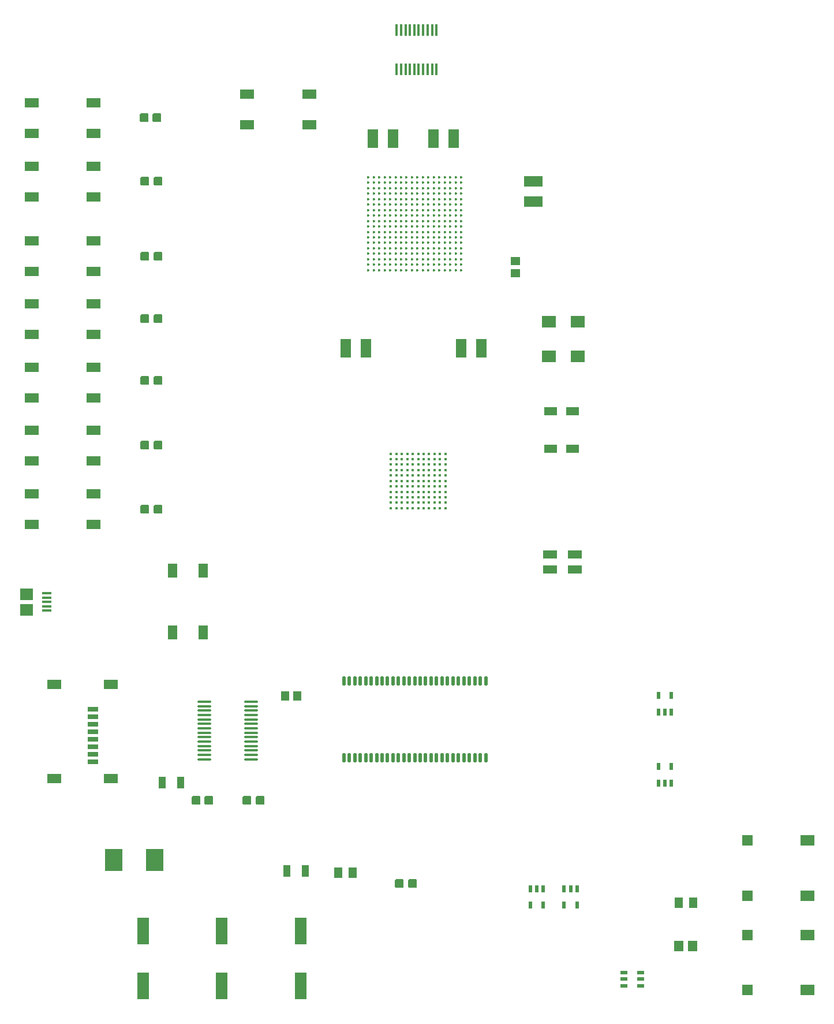
<source format=gtp>
%FSTAX23Y23*%
%MOIN*%
%SFA1B1*%

%IPPOS*%
%AMD22*
4,1,8,0.018700,0.025000,-0.018700,0.025000,-0.025000,0.018700,-0.025000,-0.018700,-0.018700,-0.025000,0.018700,-0.025000,0.025000,-0.018700,0.025000,0.018700,0.018700,0.025000,0.0*
1,1,0.012520,0.018700,0.018700*
1,1,0.012520,-0.018700,0.018700*
1,1,0.012520,-0.018700,-0.018700*
1,1,0.012520,0.018700,-0.018700*
%
%ADD10R,0.098425X0.127953*%
%ADD11R,0.045275X0.057087*%
%ADD12R,0.059055X0.031496*%
%ADD13R,0.078740X0.057087*%
%ADD14R,0.110236X0.062992*%
%ADD15R,0.013780X0.066929*%
%ADD16R,0.082677X0.055118*%
%ADD17R,0.055118X0.082677*%
%ADD18R,0.074803X0.070866*%
%ADD19R,0.053150X0.015748*%
%ADD20R,0.059055X0.059055*%
%ADD21R,0.078740X0.059055*%
G04~CAMADD=22~8~0.0~0.0~500.0~500.0~62.6~0.0~15~0.0~0.0~0.0~0.0~0~0.0~0.0~0.0~0.0~0~0.0~0.0~0.0~0.0~500.0~500.0*
%ADD22D22*%
%ADD23R,0.023622X0.043307*%
%ADD24O,0.082677X0.013780*%
%ADD25O,0.019685X0.057087*%
%ADD26R,0.041339X0.023622*%
%ADD27R,0.043307X0.070866*%
%ADD28R,0.049212X0.059055*%
%ADD29R,0.070866X0.157480*%
%ADD30R,0.078740X0.047244*%
%ADD31R,0.078740X0.070866*%
%ADD32R,0.062992X0.110236*%
%ADD33R,0.057087X0.045275*%
%ADD34R,0.053150X0.061024*%
%ADD35C,0.014173*%
%ADD36R,0.074803X0.051181*%
%ADD37C,0.017717*%
%LNpcb_take2-1-1*%
%LPD*%
G54D10*
X026Y03886D03*
X02836D03*
G54D11*
X03589Y04835D03*
X0366D03*
G54D12*
X0248Y04455D03*
Y04498D03*
Y04541D03*
Y04585D03*
Y04628D03*
Y04671D03*
Y04714D03*
Y04758D03*
G54D13*
X02256Y04358D03*
X02583D03*
Y049D03*
X02256D03*
G54D14*
X05025Y07686D03*
Y07803D03*
G54D15*
X04234Y08452D03*
X0426D03*
X04286D03*
X04311D03*
X04337D03*
X04362D03*
X04388D03*
X04413D03*
X04439D03*
X04465D03*
X04234Y08677D03*
X0426D03*
X04286D03*
X04311D03*
X04337D03*
X04362D03*
X04388D03*
X04413D03*
X04439D03*
X04465D03*
G54D16*
X0373Y0813D03*
X03371D03*
Y08307D03*
X0373D03*
X02485Y0808D03*
X02126D03*
Y08257D03*
X02485D03*
Y07715D03*
X02126D03*
Y07892D03*
X02485D03*
Y07285D03*
X02126D03*
Y07462D03*
X02485D03*
Y0692D03*
X02126D03*
Y07097D03*
X02485D03*
Y06555D03*
X02126D03*
Y06732D03*
X02485D03*
Y0619D03*
X02126D03*
Y06367D03*
X02485D03*
Y05825D03*
X02126D03*
Y06002D03*
X02485D03*
G54D17*
X0294Y052D03*
Y05558D03*
X03117D03*
Y052D03*
G54D18*
X02096Y05332D03*
Y05422D03*
G54D19*
X02213Y05326D03*
Y05351D03*
Y05428D03*
Y05402D03*
Y05377D03*
G54D20*
X0626Y04D03*
Y03681D03*
Y03455D03*
Y03136D03*
G54D21*
X06608Y04D03*
X06606Y03681D03*
X06608Y03455D03*
X06606Y03136D03*
G54D22*
X04252Y0375D03*
X04327D03*
X02857Y07803D03*
X02782D03*
X02852Y0817D03*
X02777D03*
X02857Y0628D03*
X02782D03*
X02857Y06655D03*
X02782D03*
X02857Y0701D03*
X02782D03*
X02857Y0737D03*
X02782D03*
X03447Y0423D03*
X03372D03*
X03152D03*
X03077D03*
X02857Y0591D03*
X02782D03*
G54D23*
X05277Y03627D03*
X05202D03*
Y03722D03*
X0524D03*
X05277D03*
X05082Y03627D03*
X05007D03*
Y03722D03*
X05045D03*
X05082D03*
X05747Y04332D03*
X05785D03*
X05822D03*
Y04427D03*
X05747D03*
Y04742D03*
X05785D03*
X05822D03*
Y04837D03*
X05747D03*
G54D24*
X03395Y04468D03*
Y04494D03*
Y04519D03*
Y04545D03*
Y04571D03*
Y04596D03*
Y04622D03*
Y04647D03*
Y04673D03*
Y04698D03*
Y04724D03*
Y0475D03*
Y04775D03*
Y04801D03*
X03124Y04468D03*
Y04494D03*
Y04519D03*
Y04545D03*
Y04571D03*
Y04596D03*
Y04622D03*
Y04647D03*
Y04673D03*
Y04698D03*
Y04724D03*
Y0475D03*
Y04775D03*
Y04801D03*
G54D25*
X04749Y04922D03*
X04717D03*
X04686D03*
X04654D03*
X04623D03*
X04591D03*
X0456D03*
X04528D03*
X04497D03*
X04465D03*
X04434D03*
X04402D03*
X04371D03*
X0434D03*
X04308D03*
X04277D03*
X04245D03*
X04214D03*
X04182D03*
X04151D03*
X04119D03*
X04088D03*
X04056D03*
X04025D03*
X03993D03*
X03962D03*
X0393D03*
X04749Y04477D03*
X04717D03*
X04686D03*
X04654D03*
X04623D03*
X04591D03*
X0456D03*
X04528D03*
X04497D03*
X04465D03*
X04434D03*
X04402D03*
X04371D03*
X0434D03*
X04308D03*
X04277D03*
X04245D03*
X04214D03*
X04182D03*
X04151D03*
X04119D03*
X04088D03*
X04056D03*
X04025D03*
X03993D03*
X03962D03*
X0393D03*
G54D26*
X05546Y03237D03*
Y032D03*
Y03162D03*
X05643D03*
Y032D03*
Y03237D03*
G54D27*
X03601Y03823D03*
X03708D03*
X02881Y04335D03*
X02988D03*
G54D28*
X03981Y03815D03*
X03898D03*
X05863Y0364D03*
X05946D03*
G54D29*
X0368Y03478D03*
Y0316D03*
X03225Y03478D03*
Y0316D03*
X0277Y03478D03*
Y0316D03*
G54D30*
X05265Y05563D03*
X05119D03*
Y0565D03*
X05265D03*
G54D31*
X0528Y06995D03*
Y06795D03*
X05115Y06995D03*
Y06795D03*
G54D32*
X04213Y0805D03*
X04096D03*
X03941Y0684D03*
X04058D03*
X04606D03*
X04723D03*
X04446Y0805D03*
X04563D03*
G54D33*
X0492Y07274D03*
Y07345D03*
G54D34*
X05944Y0339D03*
X05865D03*
G54D35*
X04607Y07292D03*
X04576D03*
X04544D03*
X04513D03*
X04481D03*
X0445D03*
X04418D03*
X04387D03*
X04355D03*
X04324D03*
X04292D03*
X04261D03*
X04229D03*
X04198D03*
X04166D03*
X04135D03*
X04103D03*
X04072D03*
X04607Y07323D03*
X04576D03*
X04544D03*
X04513D03*
X04481D03*
X0445D03*
X04418D03*
X04387D03*
X04355D03*
X04324D03*
X04292D03*
X04261D03*
X04229D03*
X04198D03*
X04166D03*
X04135D03*
X04103D03*
X04072D03*
X04607Y07355D03*
X04576D03*
X04544D03*
X04513D03*
X04481D03*
X0445D03*
X04418D03*
X04387D03*
X04355D03*
X04324D03*
X04292D03*
X04261D03*
X04229D03*
X04198D03*
X04166D03*
X04135D03*
X04103D03*
X04072D03*
X04607Y07386D03*
X04576D03*
X04544D03*
X04513D03*
X04481D03*
X0445D03*
X04418D03*
X04387D03*
X04355D03*
X04324D03*
X04292D03*
X04261D03*
X04229D03*
X04198D03*
X04166D03*
X04135D03*
X04103D03*
X04072D03*
X04607Y07418D03*
X04576D03*
X04544D03*
X04513D03*
X04481D03*
X0445D03*
X04418D03*
X04387D03*
X04355D03*
X04324D03*
X04292D03*
X04261D03*
X04229D03*
X04198D03*
X04166D03*
X04135D03*
X04103D03*
X04072D03*
X04607Y07449D03*
X04576D03*
X04544D03*
X04513D03*
X04481D03*
X0445D03*
X04418D03*
X04387D03*
X04355D03*
X04324D03*
X04292D03*
X04261D03*
X04229D03*
X04198D03*
X04166D03*
X04135D03*
X04103D03*
X04072D03*
X04607Y07481D03*
X04576D03*
X04544D03*
X04513D03*
X04481D03*
X0445D03*
X04418D03*
X04387D03*
X04355D03*
X04324D03*
X04292D03*
X04261D03*
X04229D03*
X04198D03*
X04166D03*
X04135D03*
X04103D03*
X04072D03*
X04607Y07512D03*
X04576D03*
X04544D03*
X04513D03*
X04481D03*
X0445D03*
X04418D03*
X04387D03*
X04355D03*
X04324D03*
X04292D03*
X04261D03*
X04229D03*
X04198D03*
X04166D03*
X04135D03*
X04103D03*
X04072D03*
X04607Y07544D03*
X04576D03*
X04544D03*
X04513D03*
X04481D03*
X0445D03*
X04418D03*
X04387D03*
X04355D03*
X04324D03*
X04292D03*
X04261D03*
X04229D03*
X04198D03*
X04166D03*
X04135D03*
X04103D03*
X04072D03*
X04607Y07575D03*
X04576D03*
X04544D03*
X04513D03*
X04481D03*
X0445D03*
X04418D03*
X04387D03*
X04355D03*
X04324D03*
X04292D03*
X04261D03*
X04229D03*
X04198D03*
X04166D03*
X04135D03*
X04103D03*
X04072D03*
X04607Y07607D03*
X04576D03*
X04544D03*
X04513D03*
X04481D03*
X0445D03*
X04418D03*
X04387D03*
X04355D03*
X04324D03*
X04292D03*
X04261D03*
X04229D03*
X04198D03*
X04166D03*
X04135D03*
X04103D03*
X04072D03*
X04607Y07638D03*
X04576D03*
X04544D03*
X04513D03*
X04481D03*
X0445D03*
X04418D03*
X04387D03*
X04355D03*
X04324D03*
X04292D03*
X04261D03*
X04229D03*
X04198D03*
X04166D03*
X04135D03*
X04103D03*
X04072D03*
X04607Y0767D03*
X04576D03*
X04544D03*
X04513D03*
X04481D03*
X0445D03*
X04418D03*
X04387D03*
X04355D03*
X04324D03*
X04292D03*
X04261D03*
X04229D03*
X04198D03*
X04166D03*
X04135D03*
X04103D03*
X04072D03*
X04607Y07701D03*
X04576D03*
X04544D03*
X04513D03*
X04481D03*
X0445D03*
X04418D03*
X04387D03*
X04355D03*
X04324D03*
X04292D03*
X04261D03*
X04229D03*
X04198D03*
X04166D03*
X04135D03*
X04103D03*
X04072D03*
X04607Y07733D03*
X04576D03*
X04544D03*
X04513D03*
X04481D03*
X0445D03*
X04418D03*
X04387D03*
X04355D03*
X04324D03*
X04292D03*
X04261D03*
X04229D03*
X04198D03*
X04166D03*
X04135D03*
X04103D03*
X04072D03*
X04607Y07764D03*
X04576D03*
X04544D03*
X04513D03*
X04481D03*
X0445D03*
X04418D03*
X04387D03*
X04355D03*
X04324D03*
X04292D03*
X04261D03*
X04229D03*
X04198D03*
X04166D03*
X04135D03*
X04103D03*
X04072D03*
X04607Y07796D03*
X04576D03*
X04544D03*
X04513D03*
X04481D03*
X0445D03*
X04418D03*
X04387D03*
X04355D03*
X04324D03*
X04292D03*
X04261D03*
X04229D03*
X04198D03*
X04166D03*
X04135D03*
X04103D03*
X04072D03*
X04607Y07827D03*
X04576D03*
X04544D03*
X04513D03*
X04481D03*
X0445D03*
X04418D03*
X04387D03*
X04355D03*
X04324D03*
X04292D03*
X04261D03*
X04229D03*
X04198D03*
X04166D03*
X04135D03*
X04103D03*
X04072D03*
G54D36*
X05124Y0626D03*
Y06476D03*
X0525D03*
Y0626D03*
G54D37*
X04202Y06232D03*
X04234D03*
X04265D03*
X04297D03*
X04328D03*
X0436D03*
X04391D03*
X04422D03*
X04454D03*
X04485D03*
X04517D03*
X04202Y062D03*
X04234D03*
X04265D03*
X04297D03*
X04328D03*
X0436D03*
X04391D03*
X04422D03*
X04454D03*
X04485D03*
X04517D03*
X04202Y06169D03*
X04234D03*
X04265D03*
X04297D03*
X04328D03*
X0436D03*
X04391D03*
X04422D03*
X04454D03*
X04485D03*
X04517D03*
X04202Y06137D03*
X04234D03*
X04265D03*
X04297D03*
X04328D03*
X0436D03*
X04391D03*
X04422D03*
X04454D03*
X04485D03*
X04517D03*
X04202Y06106D03*
X04234D03*
X04265D03*
X04297D03*
X04328D03*
X0436D03*
X04391D03*
X04422D03*
X04454D03*
X04485D03*
X04517D03*
X04202Y06075D03*
X04234D03*
X04265D03*
X04297D03*
X04328D03*
X0436D03*
X04391D03*
X04422D03*
X04454D03*
X04485D03*
X04517D03*
X04202Y06043D03*
X04234D03*
X04265D03*
X04297D03*
X04328D03*
X0436D03*
X04391D03*
X04422D03*
X04454D03*
X04485D03*
X04517D03*
X04202Y06012D03*
X04234D03*
X04265D03*
X04297D03*
X04328D03*
X0436D03*
X04391D03*
X04422D03*
X04454D03*
X04485D03*
X04517D03*
X04202Y0598D03*
X04234D03*
X04265D03*
X04297D03*
X04328D03*
X0436D03*
X04391D03*
X04422D03*
X04454D03*
X04485D03*
X04517D03*
X04202Y05949D03*
X04234D03*
X04265D03*
X04297D03*
X04328D03*
X0436D03*
X04391D03*
X04422D03*
X04454D03*
X04485D03*
X04517D03*
X04202Y05917D03*
X04234D03*
X04265D03*
X04297D03*
X04328D03*
X0436D03*
X04391D03*
X04422D03*
X04454D03*
X04485D03*
X04517D03*
M02*
</source>
